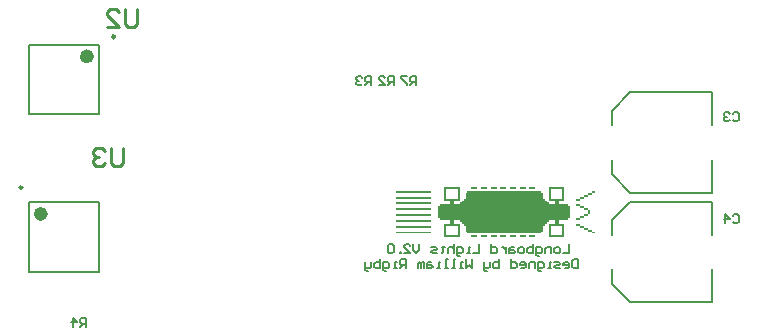
<source format=gbo>
G04 Layer_Color=32896*
%FSLAX24Y24*%
%MOIN*%
G70*
G01*
G75*
%ADD20C,0.0100*%
%ADD34C,0.0098*%
%ADD35C,0.0079*%
%ADD36C,0.0070*%
%ADD59C,0.0236*%
G36*
X21753Y5660D02*
Y5638D01*
Y5617D01*
X21624D01*
Y5638D01*
Y5660D01*
Y5681D01*
X21753D01*
Y5660D01*
D02*
G37*
G36*
X21882Y5725D02*
Y5703D01*
Y5681D01*
X21753D01*
Y5703D01*
Y5725D01*
Y5746D01*
X21882D01*
Y5725D01*
D02*
G37*
G36*
X16778Y5401D02*
Y5380D01*
Y5358D01*
X15615D01*
Y5380D01*
Y5401D01*
Y5423D01*
X16778D01*
Y5401D01*
D02*
G37*
G36*
Y5595D02*
Y5574D01*
Y5552D01*
X15615D01*
Y5574D01*
Y5595D01*
Y5617D01*
X16778D01*
Y5595D01*
D02*
G37*
G36*
X21753Y6112D02*
Y6091D01*
Y6069D01*
X21882D01*
Y6048D01*
Y6026D01*
Y6004D01*
X22011D01*
Y5983D01*
Y5961D01*
Y5940D01*
X22076D01*
Y5918D01*
Y5897D01*
Y5875D01*
Y5854D01*
Y5832D01*
Y5811D01*
X22011D01*
Y5832D01*
Y5854D01*
Y5875D01*
Y5897D01*
Y5918D01*
Y5940D01*
X21882D01*
Y5961D01*
Y5983D01*
Y6004D01*
X21753D01*
Y6026D01*
Y6048D01*
Y6069D01*
X21624D01*
Y6091D01*
Y6112D01*
Y6134D01*
X21753D01*
Y6112D01*
D02*
G37*
G36*
X16778Y5983D02*
Y5961D01*
Y5940D01*
X15615D01*
Y5961D01*
Y5983D01*
Y6004D01*
X16778D01*
Y5983D01*
D02*
G37*
G36*
Y5789D02*
Y5768D01*
Y5746D01*
X15615D01*
Y5768D01*
Y5789D01*
Y5811D01*
X16778D01*
Y5789D01*
D02*
G37*
G36*
X22011D02*
Y5768D01*
Y5746D01*
X21882D01*
Y5768D01*
Y5789D01*
Y5811D01*
X22011D01*
Y5789D01*
D02*
G37*
G36*
X21753Y5466D02*
Y5445D01*
Y5423D01*
X21882D01*
Y5401D01*
Y5380D01*
Y5358D01*
X22011D01*
Y5337D01*
Y5315D01*
Y5294D01*
X22140D01*
Y5272D01*
Y5251D01*
Y5229D01*
X22270D01*
Y5208D01*
Y5186D01*
Y5165D01*
X22140D01*
Y5186D01*
Y5208D01*
Y5229D01*
X22011D01*
Y5251D01*
Y5272D01*
Y5294D01*
X21882D01*
Y5315D01*
Y5337D01*
Y5358D01*
X21753D01*
Y5380D01*
Y5401D01*
Y5423D01*
X21624D01*
Y5445D01*
Y5466D01*
Y5488D01*
X21753D01*
Y5466D01*
D02*
G37*
G36*
X18975Y5078D02*
Y5057D01*
Y5035D01*
X18781D01*
Y5057D01*
Y5078D01*
Y5100D01*
X18975D01*
Y5078D01*
D02*
G37*
G36*
X19298D02*
Y5057D01*
Y5035D01*
X19104D01*
Y5057D01*
Y5078D01*
Y5100D01*
X19298D01*
Y5078D01*
D02*
G37*
G36*
X18329D02*
Y5057D01*
Y5035D01*
X18135D01*
Y5057D01*
Y5078D01*
Y5100D01*
X18329D01*
Y5078D01*
D02*
G37*
G36*
X18652D02*
Y5057D01*
Y5035D01*
X18458D01*
Y5057D01*
Y5078D01*
Y5100D01*
X18652D01*
Y5078D01*
D02*
G37*
G36*
X20267D02*
Y5057D01*
Y5035D01*
X20073D01*
Y5057D01*
Y5078D01*
Y5100D01*
X20267D01*
Y5078D01*
D02*
G37*
G36*
X16778Y5208D02*
Y5186D01*
Y5165D01*
X15615D01*
Y5186D01*
Y5208D01*
Y5229D01*
X16778D01*
Y5208D01*
D02*
G37*
G36*
X19621Y5078D02*
Y5057D01*
Y5035D01*
X19427D01*
Y5057D01*
Y5078D01*
Y5100D01*
X19621D01*
Y5078D01*
D02*
G37*
G36*
X19944D02*
Y5057D01*
Y5035D01*
X19750D01*
Y5057D01*
Y5078D01*
Y5100D01*
X19944D01*
Y5078D01*
D02*
G37*
G36*
X16778Y6177D02*
Y6155D01*
Y6134D01*
X15615D01*
Y6155D01*
Y6177D01*
Y6198D01*
X16778D01*
Y6177D01*
D02*
G37*
G36*
X18652Y6694D02*
Y6672D01*
Y6651D01*
X18458D01*
Y6672D01*
Y6694D01*
Y6715D01*
X18652D01*
Y6694D01*
D02*
G37*
G36*
X18975D02*
Y6672D01*
Y6651D01*
X18781D01*
Y6672D01*
Y6694D01*
Y6715D01*
X18975D01*
Y6694D01*
D02*
G37*
G36*
X22270Y6564D02*
Y6543D01*
Y6521D01*
X22140D01*
Y6543D01*
Y6564D01*
Y6586D01*
X22270D01*
Y6564D01*
D02*
G37*
G36*
X18329Y6694D02*
Y6672D01*
Y6651D01*
X18135D01*
Y6672D01*
Y6694D01*
Y6715D01*
X18329D01*
Y6694D01*
D02*
G37*
G36*
X19944D02*
Y6672D01*
Y6651D01*
X19750D01*
Y6672D01*
Y6694D01*
Y6715D01*
X19944D01*
Y6694D01*
D02*
G37*
G36*
X20267D02*
Y6672D01*
Y6651D01*
X20073D01*
Y6672D01*
Y6694D01*
Y6715D01*
X20267D01*
Y6694D01*
D02*
G37*
G36*
X19298D02*
Y6672D01*
Y6651D01*
X19104D01*
Y6672D01*
Y6694D01*
Y6715D01*
X19298D01*
Y6694D01*
D02*
G37*
G36*
X19621D02*
Y6672D01*
Y6651D01*
X19427D01*
Y6672D01*
Y6694D01*
Y6715D01*
X19621D01*
Y6694D01*
D02*
G37*
G36*
X16778Y6564D02*
Y6543D01*
Y6521D01*
X15615D01*
Y6543D01*
Y6564D01*
Y6586D01*
X16778D01*
Y6564D01*
D02*
G37*
G36*
Y6371D02*
Y6349D01*
Y6327D01*
X15615D01*
Y6349D01*
Y6371D01*
Y6392D01*
X16778D01*
Y6371D01*
D02*
G37*
G36*
X21882D02*
Y6349D01*
Y6327D01*
X21753D01*
Y6349D01*
Y6371D01*
Y6392D01*
X21882D01*
Y6371D01*
D02*
G37*
G36*
X21236Y6694D02*
Y6672D01*
Y6651D01*
Y6629D01*
Y6607D01*
Y6586D01*
Y6564D01*
Y6543D01*
Y6521D01*
Y6500D01*
Y6478D01*
Y6457D01*
Y6435D01*
Y6414D01*
Y6392D01*
Y6371D01*
Y6349D01*
Y6327D01*
Y6306D01*
Y6284D01*
Y6263D01*
X21042D01*
Y6241D01*
Y6220D01*
Y6198D01*
Y6177D01*
Y6155D01*
Y6134D01*
X21365D01*
Y6112D01*
Y6091D01*
Y6069D01*
X21430D01*
Y6048D01*
Y6026D01*
Y6004D01*
Y5983D01*
Y5961D01*
Y5940D01*
Y5918D01*
Y5897D01*
Y5875D01*
Y5854D01*
Y5832D01*
Y5811D01*
Y5789D01*
Y5768D01*
Y5746D01*
Y5725D01*
Y5703D01*
Y5681D01*
X21365D01*
Y5660D01*
Y5638D01*
Y5617D01*
X21042D01*
Y5595D01*
Y5574D01*
Y5552D01*
Y5531D01*
Y5509D01*
Y5488D01*
X21236D01*
Y5466D01*
Y5445D01*
Y5423D01*
Y5401D01*
Y5380D01*
Y5358D01*
Y5337D01*
Y5315D01*
Y5294D01*
Y5272D01*
Y5251D01*
Y5229D01*
Y5208D01*
Y5186D01*
Y5165D01*
Y5143D01*
Y5122D01*
Y5100D01*
Y5078D01*
Y5057D01*
Y5035D01*
X20719D01*
Y5057D01*
Y5078D01*
Y5100D01*
Y5122D01*
Y5143D01*
Y5165D01*
Y5186D01*
Y5208D01*
Y5229D01*
Y5251D01*
Y5272D01*
Y5294D01*
Y5315D01*
Y5337D01*
Y5358D01*
Y5380D01*
Y5401D01*
Y5423D01*
Y5445D01*
Y5466D01*
Y5488D01*
X20913D01*
Y5509D01*
Y5531D01*
Y5552D01*
Y5574D01*
Y5595D01*
Y5617D01*
X20719D01*
Y5595D01*
Y5574D01*
Y5552D01*
X20654D01*
Y5531D01*
Y5509D01*
Y5488D01*
X20590D01*
Y5466D01*
Y5445D01*
Y5423D01*
X20525D01*
Y5401D01*
Y5380D01*
Y5358D01*
Y5337D01*
Y5315D01*
Y5294D01*
Y5272D01*
Y5251D01*
Y5229D01*
X20461D01*
Y5208D01*
Y5186D01*
Y5165D01*
X18006D01*
Y5186D01*
Y5208D01*
Y5229D01*
X17941D01*
Y5251D01*
Y5272D01*
Y5294D01*
Y5315D01*
Y5337D01*
Y5358D01*
Y5380D01*
Y5401D01*
Y5423D01*
X17876D01*
Y5445D01*
Y5466D01*
Y5488D01*
X17812D01*
Y5509D01*
Y5531D01*
Y5552D01*
X17747D01*
Y5574D01*
Y5595D01*
Y5617D01*
X17553D01*
Y5595D01*
Y5574D01*
Y5552D01*
Y5531D01*
Y5509D01*
Y5488D01*
X17747D01*
Y5466D01*
Y5445D01*
Y5423D01*
Y5401D01*
Y5380D01*
Y5358D01*
Y5337D01*
Y5315D01*
Y5294D01*
Y5272D01*
Y5251D01*
Y5229D01*
Y5208D01*
Y5186D01*
Y5165D01*
Y5143D01*
Y5122D01*
Y5100D01*
Y5078D01*
Y5057D01*
Y5035D01*
X17230D01*
Y5057D01*
Y5078D01*
Y5100D01*
Y5122D01*
Y5143D01*
Y5165D01*
Y5186D01*
Y5208D01*
Y5229D01*
Y5251D01*
Y5272D01*
Y5294D01*
Y5315D01*
Y5337D01*
Y5358D01*
Y5380D01*
Y5401D01*
Y5423D01*
Y5445D01*
Y5466D01*
Y5488D01*
X17424D01*
Y5509D01*
Y5531D01*
Y5552D01*
Y5574D01*
Y5595D01*
Y5617D01*
X17101D01*
Y5638D01*
Y5660D01*
Y5681D01*
X17037D01*
Y5703D01*
Y5725D01*
Y5746D01*
Y5768D01*
Y5789D01*
Y5811D01*
Y5832D01*
Y5854D01*
Y5875D01*
Y5897D01*
Y5918D01*
Y5940D01*
Y5961D01*
Y5983D01*
Y6004D01*
Y6026D01*
Y6048D01*
Y6069D01*
X17101D01*
Y6091D01*
Y6112D01*
Y6134D01*
X17424D01*
Y6155D01*
Y6177D01*
Y6198D01*
Y6220D01*
Y6241D01*
Y6263D01*
X17230D01*
Y6284D01*
Y6306D01*
Y6327D01*
Y6349D01*
Y6371D01*
Y6392D01*
Y6414D01*
Y6435D01*
Y6457D01*
Y6478D01*
Y6500D01*
Y6521D01*
Y6543D01*
Y6564D01*
Y6586D01*
Y6607D01*
Y6629D01*
Y6651D01*
Y6672D01*
Y6694D01*
Y6715D01*
X17747D01*
Y6694D01*
Y6672D01*
Y6651D01*
Y6629D01*
Y6607D01*
Y6586D01*
Y6564D01*
Y6543D01*
Y6521D01*
Y6500D01*
Y6478D01*
Y6457D01*
Y6435D01*
Y6414D01*
Y6392D01*
Y6371D01*
Y6349D01*
Y6327D01*
Y6306D01*
Y6284D01*
Y6263D01*
X17553D01*
Y6241D01*
Y6220D01*
Y6198D01*
Y6177D01*
Y6155D01*
Y6134D01*
X17747D01*
Y6155D01*
Y6177D01*
Y6198D01*
X17812D01*
Y6220D01*
Y6241D01*
Y6263D01*
X17876D01*
Y6284D01*
Y6306D01*
Y6327D01*
X17941D01*
Y6349D01*
Y6371D01*
Y6392D01*
Y6414D01*
Y6435D01*
Y6457D01*
Y6478D01*
Y6500D01*
Y6521D01*
X18006D01*
Y6543D01*
Y6564D01*
Y6586D01*
X20461D01*
Y6564D01*
Y6543D01*
Y6521D01*
X20525D01*
Y6500D01*
Y6478D01*
Y6457D01*
Y6435D01*
Y6414D01*
Y6392D01*
Y6371D01*
Y6349D01*
Y6327D01*
X20590D01*
Y6306D01*
Y6284D01*
Y6263D01*
X20654D01*
Y6241D01*
Y6220D01*
Y6198D01*
X20719D01*
Y6177D01*
Y6155D01*
Y6134D01*
X20913D01*
Y6155D01*
Y6177D01*
Y6198D01*
Y6220D01*
Y6241D01*
Y6263D01*
X20719D01*
Y6284D01*
Y6306D01*
Y6327D01*
Y6349D01*
Y6371D01*
Y6392D01*
Y6414D01*
Y6435D01*
Y6457D01*
Y6478D01*
Y6500D01*
Y6521D01*
Y6543D01*
Y6564D01*
Y6586D01*
Y6607D01*
Y6629D01*
Y6651D01*
Y6672D01*
Y6694D01*
Y6715D01*
X21236D01*
Y6694D01*
D02*
G37*
G36*
X21753Y6306D02*
Y6284D01*
Y6263D01*
X21624D01*
Y6284D01*
Y6306D01*
Y6327D01*
X21753D01*
Y6306D01*
D02*
G37*
G36*
X22140Y6500D02*
Y6478D01*
Y6457D01*
X22011D01*
Y6478D01*
Y6500D01*
Y6521D01*
X22140D01*
Y6500D01*
D02*
G37*
G36*
X22011Y6435D02*
Y6414D01*
Y6392D01*
X21882D01*
Y6414D01*
Y6435D01*
Y6457D01*
X22011D01*
Y6435D01*
D02*
G37*
%LPC*%
G36*
X21171Y5423D02*
X20784D01*
Y5401D01*
Y5380D01*
Y5358D01*
Y5337D01*
Y5315D01*
Y5294D01*
Y5272D01*
Y5251D01*
Y5229D01*
Y5208D01*
Y5186D01*
Y5165D01*
Y5143D01*
Y5122D01*
Y5100D01*
X21171D01*
Y5122D01*
Y5143D01*
Y5165D01*
Y5186D01*
Y5208D01*
Y5229D01*
Y5251D01*
Y5272D01*
Y5294D01*
Y5315D01*
Y5337D01*
Y5358D01*
Y5380D01*
Y5401D01*
Y5423D01*
D02*
G37*
G36*
X17683D02*
X17295D01*
Y5401D01*
Y5380D01*
Y5358D01*
Y5337D01*
Y5315D01*
Y5294D01*
Y5272D01*
Y5251D01*
Y5229D01*
Y5208D01*
Y5186D01*
Y5165D01*
Y5143D01*
Y5122D01*
Y5100D01*
X17683D01*
Y5122D01*
Y5143D01*
Y5165D01*
Y5186D01*
Y5208D01*
Y5229D01*
Y5251D01*
Y5272D01*
Y5294D01*
Y5315D01*
Y5337D01*
Y5358D01*
Y5380D01*
Y5401D01*
Y5423D01*
D02*
G37*
G36*
X21171Y6651D02*
X20784D01*
Y6629D01*
Y6607D01*
Y6586D01*
Y6564D01*
Y6543D01*
Y6521D01*
Y6500D01*
Y6478D01*
Y6457D01*
Y6435D01*
Y6414D01*
Y6392D01*
Y6371D01*
Y6349D01*
Y6327D01*
X21171D01*
Y6349D01*
Y6371D01*
Y6392D01*
Y6414D01*
Y6435D01*
Y6457D01*
Y6478D01*
Y6500D01*
Y6521D01*
Y6543D01*
Y6564D01*
Y6586D01*
Y6607D01*
Y6629D01*
Y6651D01*
D02*
G37*
G36*
X17683D02*
X17295D01*
Y6629D01*
Y6607D01*
Y6586D01*
Y6564D01*
Y6543D01*
Y6521D01*
Y6500D01*
Y6478D01*
Y6457D01*
Y6435D01*
Y6414D01*
Y6392D01*
Y6371D01*
Y6349D01*
Y6327D01*
X17683D01*
Y6349D01*
Y6371D01*
Y6392D01*
Y6414D01*
Y6435D01*
Y6457D01*
Y6478D01*
Y6500D01*
Y6521D01*
Y6543D01*
Y6564D01*
Y6586D01*
Y6607D01*
Y6629D01*
Y6651D01*
D02*
G37*
%LPD*%
D20*
X7000Y12650D02*
Y12150D01*
X6900Y12050D01*
X6700D01*
X6600Y12150D01*
Y12650D01*
X6000Y12050D02*
X6400D01*
X6000Y12450D01*
Y12550D01*
X6100Y12650D01*
X6300D01*
X6400Y12550D01*
X6530Y8030D02*
Y7530D01*
X6430Y7430D01*
X6230D01*
X6130Y7530D01*
Y8030D01*
X5930Y7930D02*
X5830Y8030D01*
X5630D01*
X5530Y7930D01*
Y7830D01*
X5630Y7730D01*
X5730D01*
X5630D01*
X5530Y7630D01*
Y7530D01*
X5630Y7430D01*
X5830D01*
X5930Y7530D01*
D34*
X6253Y11727D02*
G03*
X6253Y11727I-49J0D01*
G01*
X3172Y6704D02*
G03*
X3172Y6704I-49J0D01*
G01*
D35*
X22827Y7137D02*
Y7629D01*
Y7137D02*
X23437Y6527D01*
X22827Y9263D02*
X23437Y9873D01*
X22827Y8771D02*
Y9263D01*
X23437Y6527D02*
X26173D01*
Y7629D01*
Y8771D02*
Y9873D01*
X23437D02*
X26173D01*
X23437Y6223D02*
X26173D01*
Y5121D02*
Y6223D01*
Y2877D02*
Y3979D01*
X23437Y2877D02*
X26173D01*
X22827Y5121D02*
Y5613D01*
X23437Y6223D01*
X22827Y3487D02*
X23437Y2877D01*
X22827Y3487D02*
Y3979D01*
X3389Y9139D02*
X5711D01*
X3389Y11461D02*
X5711D01*
X3389Y9139D02*
Y11461D01*
X5711Y9139D02*
Y11461D01*
Y3889D02*
Y6211D01*
X3389Y3889D02*
Y6211D01*
Y3889D02*
X5711D01*
X3389Y6211D02*
X5711D01*
D36*
X21400Y4800D02*
Y4500D01*
X21200D01*
X21050D02*
X20950D01*
X20900Y4550D01*
Y4650D01*
X20950Y4700D01*
X21050D01*
X21100Y4650D01*
Y4550D01*
X21050Y4500D01*
X20800D02*
Y4700D01*
X20650D01*
X20600Y4650D01*
Y4500D01*
X20400Y4400D02*
X20350D01*
X20300Y4450D01*
Y4700D01*
X20450D01*
X20500Y4650D01*
Y4550D01*
X20450Y4500D01*
X20300D01*
X20200Y4800D02*
Y4500D01*
X20050D01*
X20000Y4550D01*
Y4600D01*
Y4650D01*
X20050Y4700D01*
X20200D01*
X19850Y4500D02*
X19751D01*
X19701Y4550D01*
Y4650D01*
X19751Y4700D01*
X19850D01*
X19900Y4650D01*
Y4550D01*
X19850Y4500D01*
X19551Y4700D02*
X19451D01*
X19401Y4650D01*
Y4500D01*
X19551D01*
X19601Y4550D01*
X19551Y4600D01*
X19401D01*
X19301Y4700D02*
Y4500D01*
Y4600D01*
X19251Y4650D01*
X19201Y4700D01*
X19151D01*
X18801Y4800D02*
Y4500D01*
X18951D01*
X19001Y4550D01*
Y4650D01*
X18951Y4700D01*
X18801D01*
X18401Y4800D02*
Y4500D01*
X18201D01*
X18101D02*
X18001D01*
X18051D01*
Y4700D01*
X18101D01*
X17751Y4400D02*
X17701D01*
X17651Y4450D01*
Y4700D01*
X17801D01*
X17851Y4650D01*
Y4550D01*
X17801Y4500D01*
X17651D01*
X17551Y4800D02*
Y4500D01*
Y4650D01*
X17501Y4700D01*
X17401D01*
X17351Y4650D01*
Y4500D01*
X17201Y4750D02*
Y4700D01*
X17251D01*
X17151D01*
X17201D01*
Y4550D01*
X17151Y4500D01*
X17001D02*
X16851D01*
X16801Y4550D01*
X16851Y4600D01*
X16951D01*
X17001Y4650D01*
X16951Y4700D01*
X16801D01*
X16402Y4800D02*
Y4600D01*
X16302Y4500D01*
X16202Y4600D01*
Y4800D01*
X15902Y4500D02*
X16102D01*
X15902Y4700D01*
Y4750D01*
X15952Y4800D01*
X16052D01*
X16102Y4750D01*
X15802Y4500D02*
Y4550D01*
X15752D01*
Y4500D01*
X15802D01*
X15552Y4750D02*
X15502Y4800D01*
X15402D01*
X15352Y4750D01*
Y4550D01*
X15402Y4500D01*
X15502D01*
X15552Y4550D01*
Y4750D01*
X21700Y4300D02*
Y4000D01*
X21550D01*
X21500Y4050D01*
Y4250D01*
X21550Y4300D01*
X21700D01*
X21250Y4000D02*
X21350D01*
X21400Y4050D01*
Y4150D01*
X21350Y4200D01*
X21250D01*
X21200Y4150D01*
Y4100D01*
X21400D01*
X21100Y4000D02*
X20950D01*
X20900Y4050D01*
X20950Y4100D01*
X21050D01*
X21100Y4150D01*
X21050Y4200D01*
X20900D01*
X20800Y4000D02*
X20700D01*
X20750D01*
Y4200D01*
X20800D01*
X20450Y3900D02*
X20400D01*
X20350Y3950D01*
Y4200D01*
X20500D01*
X20550Y4150D01*
Y4050D01*
X20500Y4000D01*
X20350D01*
X20250D02*
Y4200D01*
X20101D01*
X20051Y4150D01*
Y4000D01*
X19801D02*
X19901D01*
X19951Y4050D01*
Y4150D01*
X19901Y4200D01*
X19801D01*
X19751Y4150D01*
Y4100D01*
X19951D01*
X19451Y4300D02*
Y4000D01*
X19601D01*
X19651Y4050D01*
Y4150D01*
X19601Y4200D01*
X19451D01*
X19051Y4300D02*
Y4000D01*
X18901D01*
X18851Y4050D01*
Y4100D01*
Y4150D01*
X18901Y4200D01*
X19051D01*
X18751D02*
Y4050D01*
X18701Y4000D01*
X18551D01*
Y3950D01*
X18601Y3900D01*
X18651D01*
X18551Y4000D02*
Y4200D01*
X18151Y4300D02*
Y4000D01*
X18051Y4100D01*
X17951Y4000D01*
Y4300D01*
X17851Y4000D02*
X17751D01*
X17801D01*
Y4200D01*
X17851D01*
X17601Y4000D02*
X17501D01*
X17551D01*
Y4300D01*
X17601D01*
X17351Y4000D02*
X17251D01*
X17301D01*
Y4300D01*
X17351D01*
X17101Y4000D02*
X17002D01*
X17052D01*
Y4200D01*
X17101D01*
X16802D02*
X16702D01*
X16652Y4150D01*
Y4000D01*
X16802D01*
X16852Y4050D01*
X16802Y4100D01*
X16652D01*
X16552Y4000D02*
Y4200D01*
X16502D01*
X16452Y4150D01*
Y4000D01*
Y4150D01*
X16402Y4200D01*
X16352Y4150D01*
Y4000D01*
X15952D02*
Y4300D01*
X15802D01*
X15752Y4250D01*
Y4150D01*
X15802Y4100D01*
X15952D01*
X15852D02*
X15752Y4000D01*
X15652D02*
X15552D01*
X15602D01*
Y4200D01*
X15652D01*
X15302Y3900D02*
X15252D01*
X15202Y3950D01*
Y4200D01*
X15352D01*
X15402Y4150D01*
Y4050D01*
X15352Y4000D01*
X15202D01*
X15102Y4300D02*
Y4000D01*
X14952D01*
X14902Y4050D01*
Y4100D01*
Y4150D01*
X14952Y4200D01*
X15102D01*
X14802D02*
Y4050D01*
X14752Y4000D01*
X14602D01*
Y3950D01*
X14652Y3900D01*
X14702D01*
X14602Y4000D02*
Y4200D01*
X5300Y2050D02*
Y2350D01*
X5150D01*
X5100Y2300D01*
Y2200D01*
X5150Y2150D01*
X5300D01*
X5200D02*
X5100Y2050D01*
X4850D02*
Y2350D01*
X5000Y2200D01*
X4800D01*
X26850Y8950D02*
X26900Y8900D01*
X27000D01*
X27050Y8950D01*
Y9150D01*
X27000Y9200D01*
X26900D01*
X26850Y9150D01*
X26750Y8950D02*
X26700Y8900D01*
X26600D01*
X26550Y8950D01*
Y9000D01*
X26600Y9050D01*
X26650D01*
X26600D01*
X26550Y9100D01*
Y9150D01*
X26600Y9200D01*
X26700D01*
X26750Y9150D01*
X26850Y5750D02*
X26900Y5800D01*
X27000D01*
X27050Y5750D01*
Y5550D01*
X27000Y5500D01*
X26900D01*
X26850Y5550D01*
X26600Y5500D02*
Y5800D01*
X26750Y5650D01*
X26550D01*
X15550Y10100D02*
Y10400D01*
X15400D01*
X15350Y10350D01*
Y10250D01*
X15400Y10200D01*
X15550D01*
X15450D02*
X15350Y10100D01*
X15050D02*
X15250D01*
X15050Y10300D01*
Y10350D01*
X15100Y10400D01*
X15200D01*
X15250Y10350D01*
X14800Y10100D02*
Y10400D01*
X14650D01*
X14600Y10350D01*
Y10250D01*
X14650Y10200D01*
X14800D01*
X14700D02*
X14600Y10100D01*
X14500Y10350D02*
X14450Y10400D01*
X14350D01*
X14300Y10350D01*
Y10300D01*
X14350Y10250D01*
X14400D01*
X14350D01*
X14300Y10200D01*
Y10150D01*
X14350Y10100D01*
X14450D01*
X14500Y10150D01*
X16300Y10100D02*
Y10400D01*
X16150D01*
X16100Y10350D01*
Y10250D01*
X16150Y10200D01*
X16300D01*
X16200D02*
X16100Y10100D01*
X16000Y10400D02*
X15800D01*
Y10350D01*
X16000Y10150D01*
Y10100D01*
D59*
X5436Y11068D02*
G03*
X5436Y11068I-118J0D01*
G01*
X3900Y5818D02*
G03*
X3900Y5818I-118J0D01*
G01*
M02*

</source>
